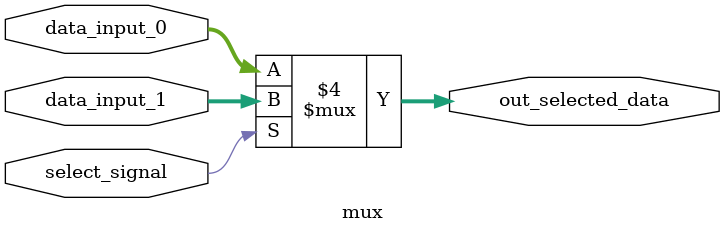
<source format=v>
module mux(
    input [31:0] data_input_0,    // Primeira entrada de 32 bits
    input [31:0] data_input_1,    // Segunda entrada de 32 bits
    input select_signal,           // Sinal de seleção de 1 bit
    output reg [31:0] out_selected_data // Saída de 32 bits
);

    always @(*) begin
        if (select_signal == 1'b0) begin
            out_selected_data = data_input_0;    
        end else begin
            out_selected_data = data_input_1;    
        end
    end

endmodule
</source>
